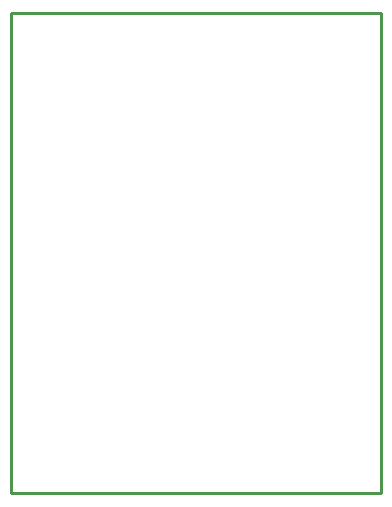
<source format=gko>
%FSTAX23Y23*%
%MOIN*%
%SFA1B1*%

%IPPOS*%
%ADD10C,0.010000*%
%LNheadset-pcb-1*%
%LPD*%
G54D10*
X0Y0D02*
X01235D01*
Y016D02*
Y0D01*
X0Y016D02*
X01235D01*
X0Y0D02*
Y016D01*
M02*
</source>
